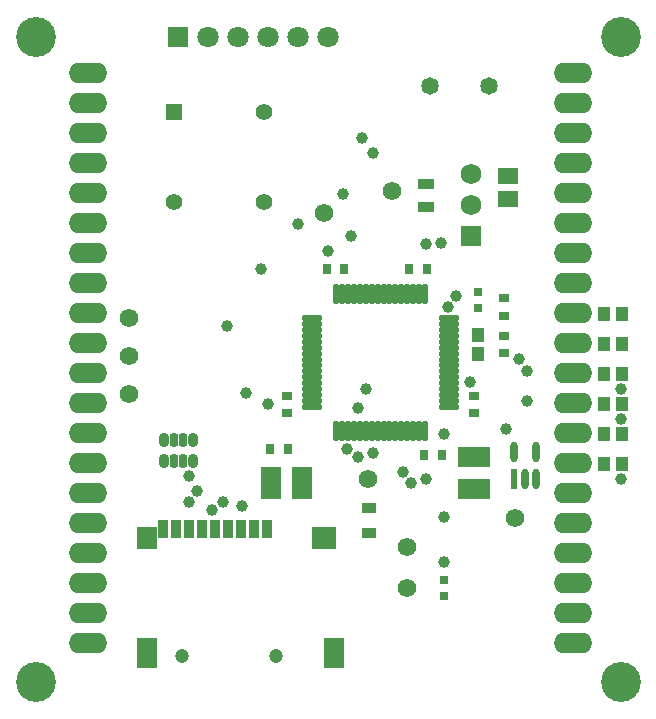
<source format=gts>
G04*
G04 #@! TF.GenerationSoftware,Altium Limited,Altium Designer,23.2.1 (34)*
G04*
G04 Layer_Color=8388736*
%FSLAX25Y25*%
%MOIN*%
G70*
G04*
G04 #@! TF.SameCoordinates,FA501D23-0FC8-4D01-95ED-A428C5D77BEE*
G04*
G04*
G04 #@! TF.FilePolarity,Negative*
G04*
G01*
G75*
%ADD21R,0.05709X0.03740*%
%ADD23R,0.02756X0.02559*%
%ADD24R,0.02410X0.06911*%
G04:AMPARAMS|DCode=25|XSize=69.11mil|YSize=24.1mil|CornerRadius=12.05mil|HoleSize=0mil|Usage=FLASHONLY|Rotation=90.000|XOffset=0mil|YOffset=0mil|HoleType=Round|Shape=RoundedRectangle|*
%AMROUNDEDRECTD25*
21,1,0.06911,0.00000,0,0,90.0*
21,1,0.04501,0.02410,0,0,90.0*
1,1,0.02410,0.00000,0.02251*
1,1,0.02410,0.00000,-0.02251*
1,1,0.02410,0.00000,-0.02251*
1,1,0.02410,0.00000,0.02251*
%
%ADD25ROUNDEDRECTD25*%
%ADD26R,0.04724X0.03543*%
%ADD33R,0.03150X0.03543*%
%ADD34R,0.03985X0.04560*%
%ADD35R,0.03543X0.03150*%
%ADD38R,0.06506X0.11040*%
%ADD40R,0.11040X0.06506*%
%ADD41R,0.03950X0.04737*%
%ADD42R,0.03556X0.05918*%
%ADD43R,0.06500X0.07300*%
%ADD44R,0.06500X0.10400*%
%ADD45R,0.08100X0.07300*%
%ADD46O,0.01981X0.07099*%
%ADD47O,0.07099X0.01981*%
G04:AMPARAMS|DCode=48|XSize=43.43mil|YSize=32.02mil|CornerRadius=10mil|HoleSize=0mil|Usage=FLASHONLY|Rotation=90.000|XOffset=0mil|YOffset=0mil|HoleType=Round|Shape=RoundedRectangle|*
%AMROUNDEDRECTD48*
21,1,0.04343,0.01201,0,0,90.0*
21,1,0.02343,0.03202,0,0,90.0*
1,1,0.02001,0.00600,0.01171*
1,1,0.02001,0.00600,-0.01171*
1,1,0.02001,-0.00600,-0.01171*
1,1,0.02001,-0.00600,0.01171*
%
%ADD48ROUNDEDRECTD48*%
G04:AMPARAMS|DCode=49|XSize=43.43mil|YSize=28.87mil|CornerRadius=9.22mil|HoleSize=0mil|Usage=FLASHONLY|Rotation=90.000|XOffset=0mil|YOffset=0mil|HoleType=Round|Shape=RoundedRectangle|*
%AMROUNDEDRECTD49*
21,1,0.04343,0.01043,0,0,90.0*
21,1,0.02500,0.02887,0,0,90.0*
1,1,0.01843,0.00522,0.01250*
1,1,0.01843,0.00522,-0.01250*
1,1,0.01843,-0.00522,-0.01250*
1,1,0.01843,-0.00522,0.01250*
%
%ADD49ROUNDEDRECTD49*%
%ADD50R,0.06509X0.05524*%
%ADD51O,0.12800X0.06800*%
%ADD52C,0.05839*%
%ADD53C,0.04737*%
%ADD54C,0.06181*%
%ADD55R,0.05556X0.05556*%
%ADD56C,0.05556*%
%ADD57C,0.06902*%
%ADD58R,0.06902X0.06902*%
%ADD59C,0.07099*%
%ADD60R,0.07099X0.07099*%
%ADD61C,0.13300*%
%ADD62C,0.03950*%
D21*
X140000Y168356D02*
D03*
Y176033D02*
D03*
D23*
X146250Y38592D02*
D03*
Y43907D02*
D03*
X157500Y134784D02*
D03*
Y140099D02*
D03*
D24*
X169320Y77549D02*
D03*
D25*
X173060D02*
D03*
X176800D02*
D03*
Y86804D02*
D03*
X169320D02*
D03*
D26*
X121250Y67884D02*
D03*
Y59616D02*
D03*
D33*
X112953Y147500D02*
D03*
X107047D02*
D03*
X140453D02*
D03*
X134547D02*
D03*
X139547Y85769D02*
D03*
X145453D02*
D03*
X94203Y87500D02*
D03*
X88297D02*
D03*
D34*
X157500Y119186D02*
D03*
Y125698D02*
D03*
D35*
X166250Y119489D02*
D03*
Y125395D02*
D03*
Y137953D02*
D03*
Y132047D02*
D03*
X156250Y105395D02*
D03*
Y99489D02*
D03*
X93750Y105395D02*
D03*
Y99489D02*
D03*
D38*
X98750Y76250D02*
D03*
X88315D02*
D03*
D40*
X156250Y74443D02*
D03*
Y84878D02*
D03*
D41*
X199414Y112500D02*
D03*
X205319D02*
D03*
X199414Y102500D02*
D03*
X205319D02*
D03*
X199414Y122500D02*
D03*
X205319D02*
D03*
X205319Y132500D02*
D03*
X199414D02*
D03*
X199414Y92500D02*
D03*
X205319D02*
D03*
X199414Y82500D02*
D03*
X205319D02*
D03*
D42*
X87234Y60921D02*
D03*
X82903D02*
D03*
X78573D02*
D03*
X74242D02*
D03*
X69911D02*
D03*
X65581D02*
D03*
X61250D02*
D03*
X56919D02*
D03*
X52589D02*
D03*
D43*
X47004Y57874D02*
D03*
D44*
Y19685D02*
D03*
X109307D02*
D03*
D45*
X106255Y57874D02*
D03*
D46*
X125984Y139321D02*
D03*
X124016D02*
D03*
X122047D02*
D03*
X120079D02*
D03*
X118110D02*
D03*
X139764D02*
D03*
X137795D02*
D03*
X135827D02*
D03*
X133858D02*
D03*
X131890D02*
D03*
X129921D02*
D03*
X127953D02*
D03*
X116142D02*
D03*
X114173D02*
D03*
X112205D02*
D03*
X110236D02*
D03*
Y93652D02*
D03*
X112205D02*
D03*
X114173D02*
D03*
X116142D02*
D03*
X118110D02*
D03*
X120079D02*
D03*
X122047D02*
D03*
X124016D02*
D03*
X125984D02*
D03*
X127953D02*
D03*
X129921D02*
D03*
X131890D02*
D03*
X133858D02*
D03*
X135827D02*
D03*
X137795D02*
D03*
X139764D02*
D03*
D47*
X147835Y101722D02*
D03*
Y103691D02*
D03*
Y105659D02*
D03*
Y107628D02*
D03*
Y109597D02*
D03*
Y111565D02*
D03*
Y113533D02*
D03*
Y115502D02*
D03*
Y117471D02*
D03*
Y119439D02*
D03*
Y121407D02*
D03*
Y123376D02*
D03*
Y125345D02*
D03*
Y127313D02*
D03*
Y129281D02*
D03*
Y131250D02*
D03*
X102165D02*
D03*
Y129281D02*
D03*
Y127313D02*
D03*
Y125345D02*
D03*
Y123376D02*
D03*
Y121407D02*
D03*
Y119439D02*
D03*
Y117471D02*
D03*
Y115502D02*
D03*
Y113533D02*
D03*
Y111565D02*
D03*
Y109597D02*
D03*
Y107628D02*
D03*
Y105659D02*
D03*
Y103691D02*
D03*
Y101722D02*
D03*
D48*
X52785Y83750D02*
D03*
X62549D02*
D03*
Y90719D02*
D03*
X52785D02*
D03*
D49*
X56093Y83750D02*
D03*
X59242D02*
D03*
Y90719D02*
D03*
X56093D02*
D03*
D50*
X167500Y178721D02*
D03*
Y170847D02*
D03*
D51*
X188976Y213110D02*
D03*
Y203110D02*
D03*
Y193110D02*
D03*
Y183110D02*
D03*
Y173110D02*
D03*
Y163110D02*
D03*
Y153110D02*
D03*
Y143110D02*
D03*
Y133110D02*
D03*
Y123110D02*
D03*
Y113110D02*
D03*
Y103110D02*
D03*
Y93110D02*
D03*
Y83110D02*
D03*
Y73110D02*
D03*
Y63110D02*
D03*
Y53110D02*
D03*
Y43110D02*
D03*
Y33110D02*
D03*
Y23110D02*
D03*
X27559Y213110D02*
D03*
Y203110D02*
D03*
Y193110D02*
D03*
Y183110D02*
D03*
Y173110D02*
D03*
Y163110D02*
D03*
Y153110D02*
D03*
Y143110D02*
D03*
Y133110D02*
D03*
Y123110D02*
D03*
Y113110D02*
D03*
Y103110D02*
D03*
Y93110D02*
D03*
Y83110D02*
D03*
Y73110D02*
D03*
Y63110D02*
D03*
Y53110D02*
D03*
Y43110D02*
D03*
Y33110D02*
D03*
Y23110D02*
D03*
D52*
X141408Y208750D02*
D03*
X161092D02*
D03*
D53*
X58755Y18777D02*
D03*
X90156D02*
D03*
D54*
X128750Y173750D02*
D03*
X169732Y64557D02*
D03*
X106250Y166250D02*
D03*
X120777Y77500D02*
D03*
X41250Y106084D02*
D03*
Y131416D02*
D03*
Y118750D02*
D03*
X133750Y55000D02*
D03*
Y41250D02*
D03*
D55*
X56250Y200000D02*
D03*
D56*
Y170000D02*
D03*
X86250D02*
D03*
Y200000D02*
D03*
D57*
X155000Y179234D02*
D03*
Y168998D02*
D03*
D58*
Y158762D02*
D03*
D59*
X87500Y225000D02*
D03*
X67500D02*
D03*
X77500D02*
D03*
X97500D02*
D03*
X107500D02*
D03*
D60*
X57500D02*
D03*
D61*
X10000D02*
D03*
X205000D02*
D03*
Y10000D02*
D03*
X10000D02*
D03*
D62*
X68713Y67425D02*
D03*
X147494Y134999D02*
D03*
X150000Y138750D02*
D03*
X173750Y103750D02*
D03*
Y113750D02*
D03*
X171250Y117500D02*
D03*
X117500Y101250D02*
D03*
X120000Y107500D02*
D03*
X205000D02*
D03*
Y97500D02*
D03*
Y77500D02*
D03*
X140000Y156082D02*
D03*
X145000Y156250D02*
D03*
X118750Y191250D02*
D03*
X115000Y158750D02*
D03*
X112500Y172500D02*
D03*
X122500Y186250D02*
D03*
X154730Y109857D02*
D03*
X80000Y106250D02*
D03*
X73750Y128750D02*
D03*
X146250Y65000D02*
D03*
Y50000D02*
D03*
X87500Y102500D02*
D03*
X78750Y68750D02*
D03*
X135000Y76250D02*
D03*
X166682Y94182D02*
D03*
X146250Y92500D02*
D03*
X113750Y87575D02*
D03*
X117500Y85000D02*
D03*
X122500Y86250D02*
D03*
X132500Y80000D02*
D03*
X140000Y77500D02*
D03*
X63750Y73750D02*
D03*
X61250Y78750D02*
D03*
X85000Y147500D02*
D03*
X97500Y162588D02*
D03*
X61250Y70000D02*
D03*
X72500D02*
D03*
X107500Y153750D02*
D03*
M02*

</source>
